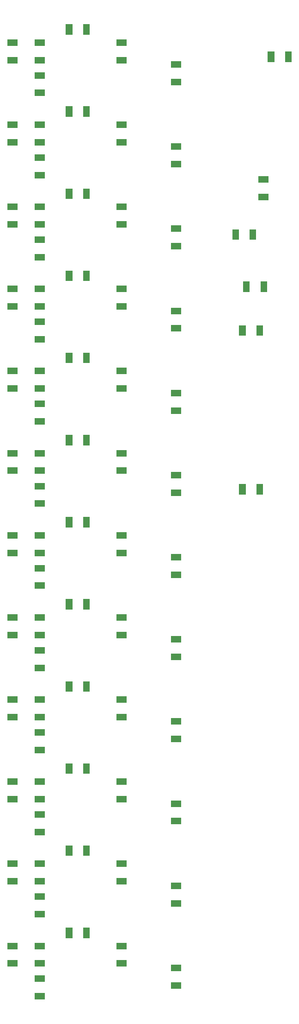
<source format=gtp>
G04 Layer: TopPasteMaskLayer*
G04 EasyEDA v6.4.7, 2020-11-30T22:32:52--5:00*
G04 76768ecdb7b1411bbbfdaf268766b05e,f351316c249842cba096f2da4b91d990,10*
G04 Gerber Generator version 0.2*
G04 Scale: 100 percent, Rotated: No, Reflected: No *
G04 Dimensions in millimeters *
G04 leading zeros omitted , absolute positions ,3 integer and 3 decimal *
%FSLAX33Y33*%
%MOMM*%
G90*
D02*

%ADD16R,1.199998X1.899996*%
%ADD17R,1.899996X1.199998*%

%LPD*%
G36*
G01X67550Y175450D02*
G01X68750Y175450D01*
G01X68750Y173549D01*
G01X67550Y173549D01*
G01X67550Y175450D01*
G37*
G36*
G01X70750Y175450D02*
G01X71950Y175450D01*
G01X71950Y173549D01*
G01X70750Y173549D01*
G01X70750Y175450D01*
G37*
G36*
G01X33750Y180450D02*
G01X34950Y180450D01*
G01X34950Y178549D01*
G01X33750Y178549D01*
G01X33750Y180450D01*
G37*
G36*
G01X30549Y180450D02*
G01X31749Y180450D01*
G01X31749Y178549D01*
G01X30549Y178549D01*
G01X30549Y180450D01*
G37*
G54D17*
G01X25750Y173900D03*
G01X25750Y177100D03*
G01X20750Y177100D03*
G01X20750Y173900D03*
G36*
G01X33750Y165450D02*
G01X34950Y165450D01*
G01X34950Y163549D01*
G01X33750Y163549D01*
G01X33750Y165450D01*
G37*
G36*
G01X30549Y165450D02*
G01X31749Y165450D01*
G01X31749Y163549D01*
G01X30549Y163549D01*
G01X30549Y165450D01*
G37*
G01X20750Y162099D03*
G01X20750Y158899D03*
G01X25750Y158899D03*
G01X25750Y162099D03*
G01X25750Y68899D03*
G01X25750Y72100D03*
G01X20750Y72100D03*
G01X20750Y68899D03*
G36*
G01X33750Y75450D02*
G01X34950Y75450D01*
G01X34950Y73549D01*
G01X33750Y73549D01*
G01X33750Y75450D01*
G37*
G36*
G01X30549Y75450D02*
G01X31749Y75450D01*
G01X31749Y73549D01*
G01X30549Y73549D01*
G01X30549Y75450D01*
G37*
G36*
G01X33750Y90450D02*
G01X34950Y90450D01*
G01X34950Y88549D01*
G01X33750Y88549D01*
G01X33750Y90450D01*
G37*
G36*
G01X30549Y90450D02*
G01X31749Y90450D01*
G01X31749Y88549D01*
G01X30549Y88549D01*
G01X30549Y90450D01*
G37*
G01X20750Y87100D03*
G01X20750Y83899D03*
G01X25750Y83899D03*
G01X25750Y87100D03*
G01X25750Y53900D03*
G01X25750Y57100D03*
G01X20750Y57100D03*
G01X20750Y53900D03*
G36*
G01X33750Y60450D02*
G01X34950Y60450D01*
G01X34950Y58549D01*
G01X33750Y58549D01*
G01X33750Y60450D01*
G37*
G36*
G01X30549Y60450D02*
G01X31749Y60450D01*
G01X31749Y58549D01*
G01X30549Y58549D01*
G01X30549Y60450D01*
G37*
G36*
G01X33750Y45450D02*
G01X34950Y45450D01*
G01X34950Y43550D01*
G01X33750Y43550D01*
G01X33750Y45450D01*
G37*
G36*
G01X30549Y45450D02*
G01X31749Y45450D01*
G01X31749Y43550D01*
G01X30549Y43550D01*
G01X30549Y45450D01*
G37*
G01X20750Y42099D03*
G01X20750Y38899D03*
G01X25750Y38899D03*
G01X25750Y42099D03*
G01X25750Y128899D03*
G01X25750Y132100D03*
G01X20750Y132100D03*
G01X20750Y128899D03*
G36*
G01X33750Y135450D02*
G01X34950Y135450D01*
G01X34950Y133549D01*
G01X33750Y133549D01*
G01X33750Y135450D01*
G37*
G36*
G01X30549Y135450D02*
G01X31749Y135450D01*
G01X31749Y133549D01*
G01X30549Y133549D01*
G01X30549Y135450D01*
G37*
G36*
G01X33750Y150450D02*
G01X34950Y150450D01*
G01X34950Y148549D01*
G01X33750Y148549D01*
G01X33750Y150450D01*
G37*
G36*
G01X30549Y150450D02*
G01X31749Y150450D01*
G01X31749Y148549D01*
G01X30549Y148549D01*
G01X30549Y150450D01*
G37*
G01X20750Y147099D03*
G01X20750Y143899D03*
G01X25750Y143899D03*
G01X25750Y147099D03*
G01X25750Y23899D03*
G01X25750Y27099D03*
G01X20750Y27099D03*
G01X20750Y23899D03*
G36*
G01X33750Y30450D02*
G01X34950Y30450D01*
G01X34950Y28549D01*
G01X33750Y28549D01*
G01X33750Y30450D01*
G37*
G36*
G01X30549Y30450D02*
G01X31749Y30450D01*
G01X31749Y28549D01*
G01X30549Y28549D01*
G01X30549Y30450D01*
G37*
G36*
G01X33750Y15450D02*
G01X34950Y15450D01*
G01X34950Y13549D01*
G01X33750Y13549D01*
G01X33750Y15450D01*
G37*
G36*
G01X30549Y15450D02*
G01X31749Y15450D01*
G01X31749Y13549D01*
G01X30549Y13549D01*
G01X30549Y15450D01*
G37*
G01X20750Y12100D03*
G01X20750Y8899D03*
G01X25750Y8899D03*
G01X25750Y12100D03*
G01X25750Y98899D03*
G01X25750Y102100D03*
G01X20750Y102100D03*
G01X20750Y98899D03*
G36*
G01X33750Y105450D02*
G01X34950Y105450D01*
G01X34950Y103549D01*
G01X33750Y103549D01*
G01X33750Y105450D01*
G37*
G36*
G01X30549Y105450D02*
G01X31749Y105450D01*
G01X31749Y103549D01*
G01X30549Y103549D01*
G01X30549Y105450D01*
G37*
G36*
G01X33750Y120450D02*
G01X34950Y120450D01*
G01X34950Y118550D01*
G01X33750Y118550D01*
G01X33750Y120450D01*
G37*
G36*
G01X30549Y120450D02*
G01X31749Y120450D01*
G01X31749Y118550D01*
G01X30549Y118550D01*
G01X30549Y120450D01*
G37*
G01X20750Y117100D03*
G01X20750Y113899D03*
G01X25750Y113899D03*
G01X25750Y117100D03*
G01X50750Y173099D03*
G01X50750Y169899D03*
G01X40750Y173900D03*
G01X40750Y177100D03*
G01X50750Y158099D03*
G01X50750Y154899D03*
G01X40750Y158900D03*
G01X40750Y162100D03*
G01X50750Y143099D03*
G01X50750Y139899D03*
G01X40750Y143900D03*
G01X40750Y147100D03*
G01X50750Y128100D03*
G01X50750Y124899D03*
G01X40750Y128900D03*
G01X40750Y132100D03*
G01X50750Y113100D03*
G01X50750Y109899D03*
G01X40750Y113899D03*
G01X40750Y117100D03*
G01X50750Y98100D03*
G01X50750Y94899D03*
G01X40750Y98899D03*
G01X40750Y102100D03*
G01X50750Y83099D03*
G01X50750Y79899D03*
G01X40750Y83899D03*
G01X40750Y87100D03*
G01X50750Y68099D03*
G01X50750Y64899D03*
G01X40750Y68899D03*
G01X40750Y72100D03*
G01X50750Y53099D03*
G01X50750Y49899D03*
G01X40750Y53900D03*
G01X40750Y57100D03*
G01X50750Y38099D03*
G01X50750Y34899D03*
G01X40750Y38900D03*
G01X40750Y42100D03*
G01X50750Y23099D03*
G01X50750Y19899D03*
G01X40750Y23900D03*
G01X40750Y27100D03*
G01X50750Y8100D03*
G01X50750Y4899D03*
G01X40750Y8900D03*
G01X40750Y12100D03*
G54D16*
G01X64850Y141999D03*
G01X61649Y141999D03*
G36*
G01X63049Y133450D02*
G01X64249Y133450D01*
G01X64249Y131550D01*
G01X63049Y131550D01*
G01X63049Y133450D01*
G37*
G36*
G01X66250Y133450D02*
G01X67450Y133450D01*
G01X67450Y131550D01*
G01X66250Y131550D01*
G01X66250Y133450D01*
G37*
G36*
G01X62300Y96450D02*
G01X63500Y96450D01*
G01X63500Y94550D01*
G01X62300Y94550D01*
G01X62300Y96450D01*
G37*
G36*
G01X65500Y96450D02*
G01X66700Y96450D01*
G01X66700Y94550D01*
G01X65500Y94550D01*
G01X65500Y96450D01*
G37*
G36*
G01X62300Y125450D02*
G01X63500Y125450D01*
G01X63500Y123549D01*
G01X62300Y123549D01*
G01X62300Y125450D01*
G37*
G36*
G01X65500Y125450D02*
G01X66700Y125450D01*
G01X66700Y123549D01*
G01X65500Y123549D01*
G01X65500Y125450D01*
G37*
G54D17*
G01X25750Y171100D03*
G01X25750Y167900D03*
G01X25750Y156099D03*
G01X25750Y152899D03*
G01X25750Y126100D03*
G01X25750Y122899D03*
G01X25750Y141099D03*
G01X25750Y137899D03*
G01X25750Y111100D03*
G01X25750Y107899D03*
G01X25750Y96100D03*
G01X25750Y92899D03*
G01X25750Y81100D03*
G01X25750Y77899D03*
G01X25750Y66100D03*
G01X25750Y62900D03*
G01X25750Y51100D03*
G01X25750Y47900D03*
G01X25750Y36099D03*
G01X25750Y32900D03*
G01X25750Y21099D03*
G01X25750Y17899D03*
G01X25750Y6100D03*
G01X25750Y2899D03*
G01X66750Y148899D03*
G01X66750Y152099D03*
M00*
M02*

</source>
